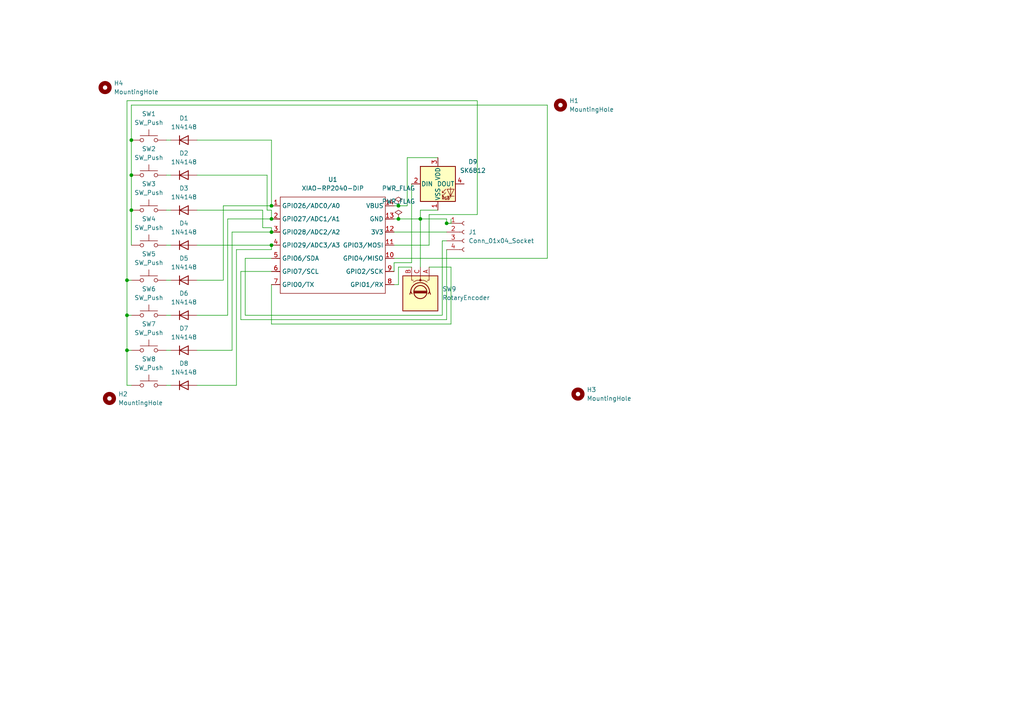
<source format=kicad_sch>
(kicad_sch (version 20250114) (generator "eeschema") (generator_version "9.0")
  (paper "A4")
  (lib_symbols
    (symbol "Connector:Conn_01x04_Socket" (pin_names (offset 1.016) (hide yes))
      (property "Reference" "J" (at 0 5.08 0))
      (property "Value" "Conn_01x04_Socket" (at 0 -7.62 0))
      (symbol "Conn_01x04_Socket_1_1"
        (polyline (pts (xy -1.27 2.54) (xy -0.508 2.54)) (stroke (width 0.1524)))
        (polyline (pts (xy -1.27 0) (xy -0.508 0)) (stroke (width 0.1524)))
        (polyline (pts (xy -1.27 -2.54) (xy -0.508 -2.54)) (stroke (width 0.1524)))
        (polyline (pts (xy -1.27 -5.08) (xy -0.508 -5.08)) (stroke (width 0.1524)))
        (arc (start 0 2.032) (mid -0.5058 2.54) (end 0 3.048) (stroke (width 0.1524)))
        (arc (start 0 -0.508) (mid -0.5058 0) (end 0 0.508) (stroke (width 0.1524)))
        (arc (start 0 -3.048) (mid -0.5058 -2.54) (end 0 -2.032) (stroke (width 0.1524)))
        (arc (start 0 -5.588) (mid -0.5058 -5.08) (end 0 -4.572) (stroke (width 0.1524)))
        (pin passive line (at -5.08 2.54 0) (length 3.81) (name "Pin_1") (number "1"))
        (pin passive line (at -5.08 0 0) (length 3.81) (name "Pin_2") (number "2"))
        (pin passive line (at -5.08 -2.54 0) (length 3.81) (name "Pin_3") (number "3"))
        (pin passive line (at -5.08 -5.08 0) (length 3.81) (name "Pin_4") (number "4"))
      )
    )
    (symbol "Device:RotaryEncoder" (pin_names (offset 0.254) (hide yes))
      (property "Reference" "SW" (at 0 6.604 0))
      (property "Value" "RotaryEncoder" (at 0 -6.604 0))
      (symbol "RotaryEncoder_0_1"
        (rectangle (start -5.08 5.08) (end 5.08 -5.08) (stroke (width 0.254)) (fill (type background)))
        (polyline (pts (xy -5.08 2.54) (xy -3.81 2.54) (xy -3.81 2.032)))
        (polyline (pts (xy -5.08 0) (xy -3.81 0) (xy -3.81 -1.016) (xy -3.302 -2.032)))
        (polyline (pts (xy -5.08 -2.54) (xy -3.81 -2.54) (xy -3.81 -2.032)))
        (polyline (pts (xy -4.318 0) (xy -3.81 0) (xy -3.81 1.016) (xy -3.302 2.032)))
        (circle (center -3.81 0) (radius 0.254) (fill (type outline)))
        (polyline (pts (xy -0.635 -1.778) (xy -0.635 1.778)) (stroke (width 0.254)))
        (circle (center -0.381 0) (radius 1.905) (stroke (width 0.254)))
        (polyline (pts (xy -0.381 -1.778) (xy -0.381 1.778)) (stroke (width 0.254)))
        (arc (start -0.381 -2.794) (mid -3.0988 -0.0635) (end -0.381 2.667) (stroke (width 0.254)))
        (polyline (pts (xy -0.127 1.778) (xy -0.127 -1.778)) (stroke (width 0.254)))
        (polyline (pts (xy 0.254 2.921) (xy -0.508 2.667) (xy 0.127 2.286)) (stroke (width 0.254)))
        (polyline (pts (xy 0.254 -3.048) (xy -0.508 -2.794) (xy 0.127 -2.413)) (stroke (width 0.254)))
      )
      (symbol "RotaryEncoder_1_1"
        (pin passive line (at -7.62 2.54 0) (length 2.54) (name "A") (number "A"))
        (pin passive line (at -7.62 0 0) (length 2.54) (name "C") (number "C"))
        (pin passive line (at -7.62 -2.54 0) (length 2.54) (name "B") (number "B"))
      )
    )
    (symbol "Diode:1N4148" (pin_numbers (hide yes)) (pin_names (hide yes))
      (property "Reference" "D" (at 0 2.54 0))
      (property "Value" "1N4148" (at 0 -2.54 0))
      (symbol "1N4148_0_1"
        (polyline (pts (xy -1.27 1.27) (xy -1.27 -1.27)) (stroke (width 0.254)))
        (polyline (pts (xy 1.27 1.27) (xy 1.27 -1.27) (xy -1.27 0) (xy 1.27 1.27)) (stroke (width 0.254)))
        (polyline (pts (xy 1.27 0) (xy -1.27 0)))
      )
      (symbol "1N4148_1_1"
        (pin passive line (at -3.81 0 0) (length 2.54) (name "K") (number "1"))
        (pin passive line (at 3.81 0 180) (length 2.54) (name "A") (number "2"))
      )
    )
    (symbol "LED:SK6812" (pin_names (offset 0.254))
      (property "Reference" "D" (at 5.08 5.715 0))
      (property "Value" "SK6812" (at 1.27 -5.715 0))
      (symbol "SK6812_0_0"
        (text "RGB" (at 2.286 -4.191 0) (effects (font (size 0.762 0.762))))
      )
      (symbol "SK6812_0_1"
        (polyline (pts (xy 1.27 -2.54) (xy 1.778 -2.54)))
        (polyline (pts (xy 1.27 -3.556) (xy 1.778 -3.556)))
        (polyline (pts (xy 2.286 -1.524) (xy 1.27 -2.54) (xy 1.27 -2.032)))
        (polyline (pts (xy 2.286 -2.54) (xy 1.27 -3.556) (xy 1.27 -3.048)))
        (polyline (pts (xy 3.683 -1.016) (xy 3.683 -3.556) (xy 3.683 -4.064)))
        (polyline (pts (xy 4.699 -1.524) (xy 2.667 -1.524) (xy 3.683 -3.556) (xy 4.699 -1.524)))
        (polyline (pts (xy 4.699 -3.556) (xy 2.667 -3.556)))
        (rectangle (start 5.08 5.08) (end -5.08 -5.08) (stroke (width 0.254)) (fill (type background)))
      )
      (symbol "SK6812_1_1"
        (pin input line (at -7.62 0 0) (length 2.54) (name "DIN") (number "2"))
        (pin power_in line (at 0 7.62 270) (length 2.54) (name "VDD") (number "3"))
        (pin power_in line (at 0 -7.62 90) (length 2.54) (name "VSS") (number "1"))
        (pin output line (at 7.62 0 180) (length 2.54) (name "DOUT") (number "4"))
      )
    )
    (symbol "Mechanical:MountingHole" (pin_names (offset 1.016)) (in_bom no)
      (property "Reference" "H" (at 0 5.08 0))
      (property "Value" "MountingHole" (at 0 3.175 0))
      (symbol "MountingHole_0_1"
        (circle (center 0 0) (radius 1.27) (stroke (width 1.27)))
      )
    )
    (symbol "OPL:XIAO-RP2040-DIP"
      (property "Reference" "U" (at 0 0 0))
      (property "Value" "XIAO-RP2040-DIP" (at 5.334 -1.778 0))
      (symbol "XIAO-RP2040-DIP_1_0"
        (polyline (pts (xy -1.27 -2.54) (xy 29.21 -2.54)) (stroke (width 0.1524)))
        (polyline (pts (xy -1.27 -5.08) (xy -2.54 -5.08)) (stroke (width 0.1524)))
        (polyline (pts (xy -1.27 -5.08) (xy -1.27 -2.54)) (stroke (width 0.1524)))
        (polyline (pts (xy -1.27 -8.89) (xy -2.54 -8.89)) (stroke (width 0.1524)))
        (polyline (pts (xy -1.27 -8.89) (xy -1.27 -5.08)) (stroke (width 0.1524)))
        (polyline (pts (xy -1.27 -12.7) (xy -2.54 -12.7)) (stroke (width 0.1524)))
        (polyline (pts (xy -1.27 -12.7) (xy -1.27 -8.89)) (stroke (width 0.1524)))
        (polyline (pts (xy -1.27 -16.51) (xy -2.54 -16.51)) (stroke (width 0.1524)))
        (polyline (pts (xy -1.27 -16.51) (xy -1.27 -12.7)) (stroke (width 0.1524)))
        (polyline (pts (xy -1.27 -20.32) (xy -2.54 -20.32)) (stroke (width 0.1524)))
        (polyline (pts (xy -1.27 -24.13) (xy -2.54 -24.13)) (stroke (width 0.1524)))
        (polyline (pts (xy -1.27 -27.94) (xy -2.54 -27.94)) (stroke (width 0.1524)))
        (polyline (pts (xy -1.27 -30.48) (xy -1.27 -16.51)) (stroke (width 0.1524)))
        (polyline (pts (xy 29.21 -2.54) (xy 29.21 -5.08)) (stroke (width 0.1524)))
        (polyline (pts (xy 29.21 -5.08) (xy 29.21 -8.89)) (stroke (width 0.1524)))
        (polyline (pts (xy 29.21 -8.89) (xy 29.21 -12.7)) (stroke (width 0.1524)))
        (polyline (pts (xy 29.21 -12.7) (xy 29.21 -30.48)) (stroke (width 0.1524)))
        (polyline (pts (xy 29.21 -30.48) (xy -1.27 -30.48)) (stroke (width 0.1524)))
        (polyline (pts (xy 30.48 -5.08) (xy 29.21 -5.08)) (stroke (width 0.1524)))
        (polyline (pts (xy 30.48 -8.89) (xy 29.21 -8.89)) (stroke (width 0.1524)))
        (polyline (pts (xy 30.48 -12.7) (xy 29.21 -12.7)) (stroke (width 0.1524)))
        (polyline (pts (xy 30.48 -16.51) (xy 29.21 -16.51)) (stroke (width 0.1524)))
        (polyline (pts (xy 30.48 -20.32) (xy 29.21 -20.32)) (stroke (width 0.1524)))
        (polyline (pts (xy 30.48 -24.13) (xy 29.21 -24.13)) (stroke (width 0.1524)))
        (polyline (pts (xy 30.48 -27.94) (xy 29.21 -27.94)) (stroke (width 0.1524)))
        (pin passive line (at -3.81 -5.08 0) (length 2.54) (name "GPIO26/ADC0/A0") (number "1"))
        (pin passive line (at -3.81 -8.89 0) (length 2.54) (name "GPIO27/ADC1/A1") (number "2"))
        (pin passive line (at -3.81 -12.7 0) (length 2.54) (name "GPIO28/ADC2/A2") (number "3"))
        (pin passive line (at -3.81 -16.51 0) (length 2.54) (name "GPIO29/ADC3/A3") (number "4"))
        (pin passive line (at -3.81 -20.32 0) (length 2.54) (name "GPIO6/SDA") (number "5"))
        (pin passive line (at -3.81 -24.13 0) (length 2.54) (name "GPIO7/SCL") (number "6"))
        (pin passive line (at -3.81 -27.94 0) (length 2.54) (name "GPIO0/TX") (number "7"))
        (pin passive line (at 31.75 -5.08 180) (length 2.54) (name "VBUS") (number "14"))
        (pin passive line (at 31.75 -8.89 180) (length 2.54) (name "GND") (number "13"))
        (pin passive line (at 31.75 -12.7 180) (length 2.54) (name "3V3") (number "12"))
        (pin passive line (at 31.75 -16.51 180) (length 2.54) (name "GPIO3/MOSI") (number "11"))
        (pin passive line (at 31.75 -20.32 180) (length 2.54) (name "GPIO4/MISO") (number "10"))
        (pin passive line (at 31.75 -24.13 180) (length 2.54) (name "GPIO2/SCK") (number "9"))
        (pin passive line (at 31.75 -27.94 180) (length 2.54) (name "GPIO1/RX") (number "8"))
      )
    )
    (symbol "Switch:SW_Push" (pin_numbers (hide yes)) (pin_names (offset 1.016) (hide yes))
      (property "Reference" "SW" (at 1.27 2.54 0))
      (property "Value" "SW_Push" (at 0 -1.524 0))
      (symbol "SW_Push_0_1"
        (circle (center -2.032 0) (radius 0.508))
        (polyline (pts (xy 0 1.27) (xy 0 3.048)))
        (circle (center 2.032 0) (radius 0.508))
        (polyline (pts (xy 2.54 1.27) (xy -2.54 1.27)))
        (pin passive line (at -5.08 0 0) (length 2.54) (name "1") (number "1"))
        (pin passive line (at 5.08 0 180) (length 2.54) (name "2") (number "2"))
      )
    )
    (symbol "power:PWR_FLAG" (power) (pin_numbers (hide yes)) (pin_names (offset 0) (hide yes))
      (property "Value" "PWR_FLAG" (at 0 3.81 0))
      (symbol "PWR_FLAG_0_0"
        (pin power_out line (at 0 0 90) (length 0) (name "~") (number "1"))
      )
      (symbol "PWR_FLAG_0_1"
        (polyline (pts (xy 0 0) (xy 0 1.27) (xy -1.016 1.905) (xy 0 2.54) (xy 1.016 1.905) (xy 0 1.27)))
      )
    )
  )
  (junction (at 36.83 101.6))
  (junction (at 78.74 71.12))
  (junction (at 78.74 67.31))
  (junction (at 38.1 50.8))
  (junction (at 38.1 40.64))
  (junction (at 78.74 63.5))
  (junction (at 129.54 64.77))
  (junction (at 36.83 91.44))
  (junction (at 38.1 60.96))
  (junction (at 78.74 59.69))
  (junction (at 115.57 59.69))
  (junction (at 121.92 63.5))
  (junction (at 115.57 63.5))
  (junction (at 36.83 81.28))
  (wire (pts (xy 114.3 63.5) (xy 115.57 63.5)))
  (wire (pts (xy 36.83 29.21) (xy 138.43 29.21)))
  (wire (pts (xy 48.26 71.12) (xy 49.53 71.12)))
  (wire (pts (xy 38.1 50.8) (xy 38.1 60.96)))
  (wire (pts (xy 68.58 72.39) (xy 78.74 72.39)))
  (wire (pts (xy 38.1 111.76) (xy 36.83 111.76)))
  (wire (pts (xy 130.81 93.98) (xy 78.74 93.98)))
  (wire (pts (xy 124.46 62.23) (xy 124.46 71.12)))
  (wire (pts (xy 130.81 77.47) (xy 130.81 93.98)))
  (wire (pts (xy 67.31 101.6) (xy 67.31 67.31)))
  (wire (pts (xy 129.54 92.71) (xy 69.85 92.71)))
  (wire (pts (xy 121.92 77.47) (xy 121.92 63.5)))
  (wire (pts (xy 57.15 71.12) (xy 78.74 71.12)))
  (wire (pts (xy 138.43 29.21) (xy 138.43 62.23)))
  (wire (pts (xy 57.15 50.8) (xy 77.47 50.8)))
  (wire (pts (xy 57.15 91.44) (xy 66.04 91.44)))
  (wire (pts (xy 127 45.72) (xy 118.11 45.72)))
  (wire (pts (xy 158.75 74.93) (xy 114.3 74.93)))
  (wire (pts (xy 48.26 50.8) (xy 49.53 50.8)))
  (wire (pts (xy 77.47 50.8) (xy 77.47 60.96)))
  (wire (pts (xy 119.38 77.47) (xy 115.57 77.47)))
  (wire (pts (xy 127 60.96) (xy 121.92 60.96)))
  (wire (pts (xy 69.85 78.74) (xy 78.74 78.74)))
  (wire (pts (xy 129.54 72.39) (xy 129.54 92.71)))
  (wire (pts (xy 69.85 92.71) (xy 69.85 78.74)))
  (wire (pts (xy 38.1 91.44) (xy 36.83 91.44)))
  (wire (pts (xy 114.3 76.2) (xy 114.3 78.74)))
  (wire (pts (xy 57.15 40.64) (xy 78.74 40.64)))
  (wire (pts (xy 38.1 30.48) (xy 158.75 30.48)))
  (wire (pts (xy 36.83 101.6) (xy 36.83 91.44)))
  (wire (pts (xy 115.57 77.47) (xy 115.57 82.55)))
  (wire (pts (xy 48.26 91.44) (xy 49.53 91.44)))
  (wire (pts (xy 130.81 64.77) (xy 129.54 64.77)))
  (wire (pts (xy 128.27 69.85) (xy 128.27 91.44)))
  (wire (pts (xy 77.47 60.96) (xy 78.74 60.96)))
  (wire (pts (xy 64.77 81.28) (xy 64.77 59.69)))
  (wire (pts (xy 76.2 60.96) (xy 76.2 66.04)))
  (wire (pts (xy 128.27 91.44) (xy 71.12 91.44)))
  (wire (pts (xy 48.26 40.64) (xy 49.53 40.64)))
  (wire (pts (xy 118.11 45.72) (xy 118.11 59.69)))
  (wire (pts (xy 115.57 63.5) (xy 121.92 63.5)))
  (wire (pts (xy 115.57 82.55) (xy 114.3 82.55)))
  (wire (pts (xy 119.38 76.2) (xy 114.3 76.2)))
  (wire (pts (xy 38.1 60.96) (xy 38.1 71.12)))
  (wire (pts (xy 76.2 66.04) (xy 78.74 66.04)))
  (wire (pts (xy 36.83 111.76) (xy 36.83 101.6)))
  (wire (pts (xy 38.1 40.64) (xy 38.1 30.48)))
  (wire (pts (xy 57.15 60.96) (xy 76.2 60.96)))
  (wire (pts (xy 78.74 40.64) (xy 78.74 59.69)))
  (wire (pts (xy 118.11 59.69) (xy 115.57 59.69)))
  (wire (pts (xy 64.77 59.69) (xy 78.74 59.69)))
  (wire (pts (xy 124.46 71.12) (xy 114.3 71.12)))
  (wire (pts (xy 129.54 69.85) (xy 128.27 69.85)))
  (wire (pts (xy 48.26 111.76) (xy 49.53 111.76)))
  (wire (pts (xy 119.38 53.34) (xy 119.38 76.2)))
  (wire (pts (xy 68.58 111.76) (xy 68.58 72.39)))
  (wire (pts (xy 114.3 67.31) (xy 129.54 67.31)))
  (wire (pts (xy 121.92 63.5) (xy 129.54 63.5)))
  (wire (pts (xy 115.57 59.69) (xy 114.3 59.69)))
  (wire (pts (xy 71.12 74.93) (xy 78.74 74.93)))
  (wire (pts (xy 48.26 60.96) (xy 49.53 60.96)))
  (wire (pts (xy 48.26 81.28) (xy 49.53 81.28)))
  (wire (pts (xy 48.26 101.6) (xy 49.53 101.6)))
  (wire (pts (xy 36.83 81.28) (xy 38.1 81.28)))
  (wire (pts (xy 36.83 81.28) (xy 36.83 91.44)))
  (wire (pts (xy 38.1 40.64) (xy 38.1 50.8)))
  (wire (pts (xy 71.12 91.44) (xy 71.12 74.93)))
  (wire (pts (xy 130.81 64.77) (xy 130.81 63.5)))
  (wire (pts (xy 36.83 81.28) (xy 36.83 29.21)))
  (wire (pts (xy 57.15 101.6) (xy 67.31 101.6)))
  (wire (pts (xy 78.74 60.96) (xy 78.74 63.5)))
  (wire (pts (xy 129.54 64.77) (xy 129.54 63.5)))
  (wire (pts (xy 66.04 91.44) (xy 66.04 63.5)))
  (wire (pts (xy 67.31 67.31) (xy 78.74 67.31)))
  (wire (pts (xy 57.15 111.76) (xy 68.58 111.76)))
  (wire (pts (xy 38.1 101.6) (xy 36.83 101.6)))
  (wire (pts (xy 124.46 77.47) (xy 130.81 77.47)))
  (wire (pts (xy 158.75 30.48) (xy 158.75 74.93)))
  (wire (pts (xy 57.15 81.28) (xy 64.77 81.28)))
  (wire (pts (xy 138.43 62.23) (xy 124.46 62.23)))
  (wire (pts (xy 78.74 93.98) (xy 78.74 82.55)))
  (wire (pts (xy 66.04 63.5) (xy 78.74 63.5)))
  (wire (pts (xy 78.74 72.39) (xy 78.74 71.12)))
  (wire (pts (xy 121.92 60.96) (xy 121.92 63.5)))
  (wire (pts (xy 78.74 66.04) (xy 78.74 67.31)))
  (symbol (lib_id "Mechanical:MountingHole") (at 162.56 30.48 0) (unit 1) (in_bom no)
    (property "Reference" "H1" (at 165.1 29.2099 0) (effects (justify left)))
    (property "Value" "MountingHole" (at 165.1 31.7499 0) (effects (justify left)))
    (property "Footprint" "MountingHole:MountingHole_3.2mm_M3" (effects (hide yes)))
    (property "Description" "Mounting Hole without connection" (effects (hide yes)))
  )
  (symbol (lib_id "Switch:SW_Push") (at 43.18 40.64 0) (unit 1)
    (property "Reference" "SW1" (at 43.18 33.02 0))
    (property "Value" "SW_Push" (at 43.18 35.56 0))
    (property "Footprint" "Button_Switch_Keyboard:SW_Cherry_MX_1.00u_PCB" (effects (hide yes)))
    (property "Description" "Push button switch, generic, two pins" (effects (hide yes)))
  )
  (symbol (lib_id "Diode:1N4148") (at 53.34 111.76 0) (unit 1)
    (property "Reference" "D8" (at 53.34 105.41 0))
    (property "Value" "1N4148" (at 53.34 107.95 0))
    (property "Footprint" "Diode_THT:D_DO-35_SOD27_P7.62mm_Horizontal" (effects (hide yes)))
    (property "Datasheet" "https://assets.nexperia.com/documents/data-sheet/1N4148_1N4448.pdf" (effects (hide yes)))
    (property "Description" "100V 0.15A standard switching diode, DO-35" (effects (hide yes)))
    (property "Sim.Device" "D" (effects (hide yes)))
    (property "Sim.Pins" "1=K 2=A" (effects (hide yes)))
  )
  (symbol (lib_id "Diode:1N4148") (at 53.34 101.6 0) (unit 1)
    (property "Reference" "D7" (at 53.34 95.25 0))
    (property "Value" "1N4148" (at 53.34 97.79 0))
    (property "Footprint" "Diode_THT:D_DO-35_SOD27_P7.62mm_Horizontal" (effects (hide yes)))
    (property "Datasheet" "https://assets.nexperia.com/documents/data-sheet/1N4148_1N4448.pdf" (effects (hide yes)))
    (property "Description" "100V 0.15A standard switching diode, DO-35" (effects (hide yes)))
    (property "Sim.Device" "D" (effects (hide yes)))
    (property "Sim.Pins" "1=K 2=A" (effects (hide yes)))
  )
  (symbol (lib_id "Diode:1N4148") (at 53.34 50.8 0) (unit 1)
    (property "Reference" "D2" (at 53.34 44.45 0))
    (property "Value" "1N4148" (at 53.34 46.99 0))
    (property "Footprint" "Diode_THT:D_DO-35_SOD27_P7.62mm_Horizontal" (effects (hide yes)))
    (property "Datasheet" "https://assets.nexperia.com/documents/data-sheet/1N4148_1N4448.pdf" (effects (hide yes)))
    (property "Description" "100V 0.15A standard switching diode, DO-35" (effects (hide yes)))
    (property "Sim.Device" "D" (effects (hide yes)))
    (property "Sim.Pins" "1=K 2=A" (effects (hide yes)))
  )
  (symbol (lib_id "Diode:1N4148") (at 53.34 60.96 0) (unit 1)
    (property "Reference" "D3" (at 53.34 54.61 0))
    (property "Value" "1N4148" (at 53.34 57.15 0))
    (property "Footprint" "Diode_THT:D_DO-35_SOD27_P7.62mm_Horizontal" (effects (hide yes)))
    (property "Datasheet" "https://assets.nexperia.com/documents/data-sheet/1N4148_1N4448.pdf" (effects (hide yes)))
    (property "Description" "100V 0.15A standard switching diode, DO-35" (effects (hide yes)))
    (property "Sim.Device" "D" (effects (hide yes)))
    (property "Sim.Pins" "1=K 2=A" (effects (hide yes)))
  )
  (symbol (lib_id "Diode:1N4148") (at 53.34 71.12 0) (unit 1)
    (property "Reference" "D4" (at 53.34 64.77 0))
    (property "Value" "1N4148" (at 53.34 67.31 0))
    (property "Footprint" "Diode_THT:D_DO-35_SOD27_P7.62mm_Horizontal" (effects (hide yes)))
    (property "Datasheet" "https://assets.nexperia.com/documents/data-sheet/1N4148_1N4448.pdf" (effects (hide yes)))
    (property "Description" "100V 0.15A standard switching diode, DO-35" (effects (hide yes)))
    (property "Sim.Device" "D" (effects (hide yes)))
    (property "Sim.Pins" "1=K 2=A" (effects (hide yes)))
  )
  (symbol (lib_id "Switch:SW_Push") (at 43.18 50.8 0) (unit 1)
    (property "Reference" "SW2" (at 43.18 43.18 0))
    (property "Value" "SW_Push" (at 43.18 45.72 0))
    (property "Footprint" "Button_Switch_Keyboard:SW_Cherry_MX_1.00u_PCB" (effects (hide yes)))
    (property "Description" "Push button switch, generic, two pins" (effects (hide yes)))
  )
  (symbol (lib_id "Switch:SW_Push") (at 43.18 91.44 0) (unit 1)
    (property "Reference" "SW6" (at 43.18 83.82 0))
    (property "Value" "SW_Push" (at 43.18 86.36 0))
    (property "Footprint" "Button_Switch_Keyboard:SW_Cherry_MX_1.00u_PCB" (effects (hide yes)))
    (property "Description" "Push button switch, generic, two pins" (effects (hide yes)))
  )
  (symbol (lib_id "power:PWR_FLAG") (at 115.57 63.5 0) (unit 1)
    (property "Reference" "#FLG03" (effects (hide yes)))
    (property "Value" "PWR_FLAG" (at 115.57 58.42 0))
    (property "Description" "Special symbol for telling ERC where power comes from" (effects (hide yes)))
  )
  (symbol (lib_id "Switch:SW_Push") (at 43.18 101.6 0) (unit 1)
    (property "Reference" "SW7" (at 43.18 93.98 0))
    (property "Value" "SW_Push" (at 43.18 96.52 0))
    (property "Footprint" "Button_Switch_Keyboard:SW_Cherry_MX_1.00u_PCB" (effects (hide yes)))
    (property "Description" "Push button switch, generic, two pins" (effects (hide yes)))
  )
  (symbol (lib_id "power:PWR_FLAG") (at 115.57 59.69 0) (unit 1)
    (property "Reference" "#FLG02" (effects (hide yes)))
    (property "Value" "PWR_FLAG" (at 115.57 54.61 0))
    (property "Description" "Special symbol for telling ERC where power comes from" (effects (hide yes)))
  )
  (symbol (lib_id "Mechanical:MountingHole") (at 167.64 114.3 0) (unit 1) (in_bom no)
    (property "Reference" "H3" (at 170.18 113.0299 0) (effects (justify left)))
    (property "Value" "MountingHole" (at 170.18 115.5699 0) (effects (justify left)))
    (property "Footprint" "MountingHole:MountingHole_3.2mm_M3" (effects (hide yes)))
    (property "Description" "Mounting Hole without connection" (effects (hide yes)))
  )
  (symbol (lib_id "Device:RotaryEncoder") (at 121.92 85.09 270) (unit 1)
    (property "Reference" "SW9" (at 128.27 83.8199 90) (effects (justify left)))
    (property "Value" "RotaryEncoder" (at 128.27 86.3599 90) (effects (justify left)))
    (property "Footprint" "Rotary_Encoder:RotaryEncoder_Alps_EC11E-Switch_Vertical_H20mm" (effects (hide yes)))
    (property "Description" "Rotary encoder, dual channel, incremental quadrate outputs" (effects (hide yes)))
  )
  (symbol (lib_id "Connector:Conn_01x04_Socket") (at 134.62 67.31 0) (unit 1)
    (property "Reference" "J1" (at 135.89 67.3099 0) (effects (justify left)))
    (property "Value" "Conn_01x04_Socket" (at 135.89 69.8499 0) (effects (justify left)))
    (property "Footprint" "mine:SSD1306-0.91-OLED-4pin-128x32" (effects (hide yes)))
    (property "Description" "Generic connector, single row, 01x04, script generated" (effects (hide yes)))
  )
  (symbol (lib_id "Switch:SW_Push") (at 43.18 60.96 0) (unit 1)
    (property "Reference" "SW3" (at 43.18 53.34 0))
    (property "Value" "SW_Push" (at 43.18 55.88 0))
    (property "Footprint" "Button_Switch_Keyboard:SW_Cherry_MX_1.00u_PCB" (effects (hide yes)))
    (property "Description" "Push button switch, generic, two pins" (effects (hide yes)))
  )
  (symbol (lib_id "Mechanical:MountingHole") (at 30.48 25.4 0) (unit 1) (in_bom no)
    (property "Reference" "H4" (at 33.02 24.1299 0) (effects (justify left)))
    (property "Value" "MountingHole" (at 33.02 26.6699 0) (effects (justify left)))
    (property "Footprint" "MountingHole:MountingHole_3.2mm_M3" (effects (hide yes)))
    (property "Description" "Mounting Hole without connection" (effects (hide yes)))
  )
  (symbol (lib_id "Mechanical:MountingHole") (at 31.75 115.57 0) (unit 1) (in_bom no)
    (property "Reference" "H2" (at 34.29 114.2999 0) (effects (justify left)))
    (property "Value" "MountingHole" (at 34.29 116.8399 0) (effects (justify left)))
    (property "Footprint" "MountingHole:MountingHole_3.2mm_M3" (effects (hide yes)))
    (property "Description" "Mounting Hole without connection" (effects (hide yes)))
  )
  (symbol (lib_id "Diode:1N4148") (at 53.34 91.44 0) (unit 1)
    (property "Reference" "D6" (at 53.34 85.09 0))
    (property "Value" "1N4148" (at 53.34 87.63 0))
    (property "Footprint" "Diode_THT:D_DO-35_SOD27_P7.62mm_Horizontal" (effects (hide yes)))
    (property "Datasheet" "https://assets.nexperia.com/documents/data-sheet/1N4148_1N4448.pdf" (effects (hide yes)))
    (property "Description" "100V 0.15A standard switching diode, DO-35" (effects (hide yes)))
    (property "Sim.Device" "D" (effects (hide yes)))
    (property "Sim.Pins" "1=K 2=A" (effects (hide yes)))
  )
  (symbol (lib_id "Switch:SW_Push") (at 43.18 111.76 0) (unit 1)
    (property "Reference" "SW8" (at 43.18 104.14 0))
    (property "Value" "SW_Push" (at 43.18 106.68 0))
    (property "Footprint" "Button_Switch_Keyboard:SW_Cherry_MX_1.00u_PCB" (effects (hide yes)))
    (property "Description" "Push button switch, generic, two pins" (effects (hide yes)))
  )
  (symbol (lib_id "Diode:1N4148") (at 53.34 81.28 0) (unit 1)
    (property "Reference" "D5" (at 53.34 74.93 0))
    (property "Value" "1N4148" (at 53.34 77.47 0))
    (property "Footprint" "Diode_THT:D_DO-35_SOD27_P7.62mm_Horizontal" (effects (hide yes)))
    (property "Datasheet" "https://assets.nexperia.com/documents/data-sheet/1N4148_1N4448.pdf" (effects (hide yes)))
    (property "Description" "100V 0.15A standard switching diode, DO-35" (effects (hide yes)))
    (property "Sim.Device" "D" (effects (hide yes)))
    (property "Sim.Pins" "1=K 2=A" (effects (hide yes)))
  )
  (symbol (lib_id "Switch:SW_Push") (at 43.18 71.12 0) (unit 1)
    (property "Reference" "SW4" (at 43.18 63.5 0))
    (property "Value" "SW_Push" (at 43.18 66.04 0))
    (property "Footprint" "Button_Switch_Keyboard:SW_Cherry_MX_1.00u_PCB" (effects (hide yes)))
    (property "Description" "Push button switch, generic, two pins" (effects (hide yes)))
  )
  (symbol (lib_id "Diode:1N4148") (at 53.34 40.64 0) (unit 1)
    (property "Reference" "D1" (at 53.34 34.29 0))
    (property "Value" "1N4148" (at 53.34 36.83 0))
    (property "Footprint" "Diode_THT:D_DO-35_SOD27_P7.62mm_Horizontal" (effects (hide yes)))
    (property "Datasheet" "https://assets.nexperia.com/documents/data-sheet/1N4148_1N4448.pdf" (effects (hide yes)))
    (property "Description" "100V 0.15A standard switching diode, DO-35" (effects (hide yes)))
    (property "Sim.Device" "D" (effects (hide yes)))
    (property "Sim.Pins" "1=K 2=A" (effects (hide yes)))
  )
  (symbol (lib_id "LED:SK6812") (at 127 53.34 0) (unit 1)
    (property "Reference" "D9" (at 137.16 46.9198 0))
    (property "Value" "SK6812" (at 137.16 49.4598 0))
    (property "Footprint" "LED_SMD:LED_SK6812_PLCC4_5.0x5.0mm_P3.2mm" (effects (hide yes)))
    (property "Datasheet" "https://cdn-shop.adafruit.com/product-files/1138/SK6812+LED+datasheet+.pdf" (effects (hide yes)))
    (property "Description" "RGB LED with integrated controller" (effects (hide yes)))
  )
  (symbol (lib_id "Switch:SW_Push") (at 43.18 81.28 0) (unit 1)
    (property "Reference" "SW5" (at 43.18 73.66 0))
    (property "Value" "SW_Push" (at 43.18 76.2 0))
    (property "Footprint" "Button_Switch_Keyboard:SW_Cherry_MX_1.00u_PCB" (effects (hide yes)))
    (property "Description" "Push button switch, generic, two pins" (effects (hide yes)))
  )
  (symbol (lib_id "OPL:XIAO-RP2040-DIP") (at 82.55 54.61 0) (unit 1)
    (property "Reference" "U1" (at 96.52 52.07 0))
    (property "Value" "XIAO-RP2040-DIP" (at 96.52 54.61 0))
    (property "Footprint" "OPL:XIAO-RP2040-DIP" (effects (hide yes)))
  )
)
</source>
